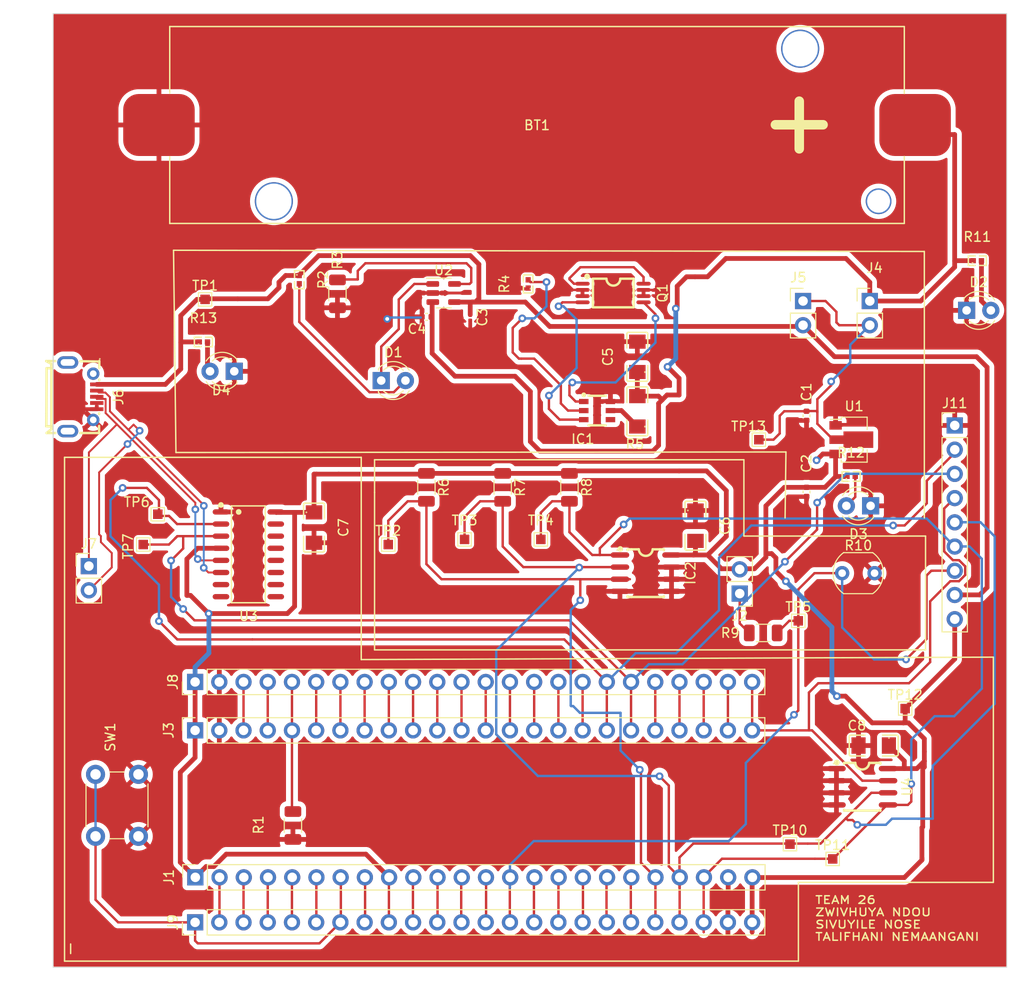
<source format=kicad_pcb>
(kicad_pcb (version 20221018) (generator pcbnew)
  (layers (0 "F.Cu" signal) (31 "B.Cu" signal) (34 "B.Paste" user) (35 "F.Paste" user) (36 "B.SilkS" user "B.Silkscreen") (37 "F.SilkS" user "F.Silkscreen") (38 "B.Mask" user) (39 "F.Mask" user) (44 "Edge.Cuts" user))
  (net 0 "")
  (net 1 "/Power Unit/V1")
  (net 2 "GND")
  (net 3 "/3.3V")
  (net 4 "/5V")
  (net 5 "Net-(D1-K)")
  (net 6 "Net-(D1-A)")
  (net 7 "/Power Unit/OC")
  (net 8 "Net-(IC1-CS)")
  (net 9 "/Power Unit/OD")
  (net 10 "Net-(IC1-VCC)")
  (net 12 "/SDL")
  (net 13 "/SCL")
  (net 14 "/OS")
  (net 15 "/PC13")
  (net 16 "/PC14")
  (net 17 "/PC15")
  (net 18 "/PF0")
  (net 19 "/PF1")
  (net 20 "/NRST")
  (net 21 "Net-(J1-Pin_8)")
  (net 22 "/PA0")
  (net 23 "/PA1")
  (net 24 "/PA2")
  (net 25 "/PA3")
  (net 26 "/ADC")
  (net 27 "/PA5")
  (net 28 "/PA6")
  (net 29 "/PA7")
  (net 30 "/PB0")
  (net 31 "/PB1")
  (net 32 "/PB9")
  (net 33 "/PB8")
  (net 34 "/BOOT")
  (net 35 "/PB7")
  (net 36 "/PB6")
  (net 37 "/PB5")
  (net 38 "/PB4")
  (net 39 "/PB3")
  (net 40 "/PA15")
  (net 41 "/PA14")
  (net 42 "/PF7")
  (net 43 "/PF6")
  (net 44 "/PA13")
  (net 45 "/PA12")
  (net 46 "/PA11")
  (net 47 "/RXD")
  (net 48 "/PA8")
  (net 49 "/PB15")
  (net 50 "/PB14")
  (net 51 "/PB13")
  (net 52 "/WRITE")
  (net 53 "/USB D+")
  (net 54 "/USB D-")
  (net 55 "/Power Unit/D12")
  (net 56 "Net-(U2-PROG)")
  (net 66 "/TXD")
  (net 67 "Net-(J2-Pin_1)")
  (net 68 "Net-(D2-A)")
  (net 69 "Net-(D3-A)")
  (net 70 "Net-(D4-A)")
  (net 71 "Net-(J4-Pin_2)")
  (footprint "Local_Footprints:SOT-23-6_L2.9-W1.6-P0.95-LS2.8-BR" (layer "F.Cu") (at 158.212937 80.059149 180)
    (fp_text reference "IC1")
    (fp_text value "DW01A-G")
  )
  (footprint "Connector_PinHeader_2.54mm:PinHeader_1x02_P2.54mm_Vertical" (layer "F.Cu") (at 104.912886 96.369187)
    (fp_text reference "J7")
    (fp_text value "Conn_01x02_Pin")
  )
  (footprint "Local_Footprints:18650_Holder_SMD" (layer "F.Cu") (at 151.912886 50.634187)
    (fp_text reference "BT1")
    (fp_text value "Battery_Cell")
  )
  (footprint "LED_THT:LED_D3.0mm" (layer "F.Cu") (at 196.965 69.55)
    (fp_text reference "D2")
    (fp_text value "LED")
  )
  (footprint "Local_Footprints:C1206" (layer "F.Cu") (at 168.529 92.133417 -90)
    (fp_text reference "C6")
    (fp_text value "0.1uF")
  )
  (footprint "Local_Footprints:C1206" (layer "F.Cu") (at 162.433 74.422 90)
    (fp_text reference "C5")
    (fp_text value "100n")
  )
  (footprint "Capacitor_SMD:C_0201_0603Metric" (layer "F.Cu") (at 144.907 70.322 -90)
    (fp_text reference "C3")
    (fp_text value "4.7uF")
  )
  (footprint "Local_Footprints:C1206" (layer "F.Cu") (at 128.524 92.329 -90)
    (fp_text reference "C7")
    (fp_text value "100nF")
  )
  (footprint "Connector_PinHeader_2.54mm:PinHeader_1x02_P2.54mm_Vertical" (layer "F.Cu") (at 173.17 99.25 180)
    (fp_text reference "J2")
    (fp_text value "Conn_01x02_Pin")
  )
  (footprint "Package_TO_SOT_SMD:SOT-23-5" (layer "F.Cu") (at 142.120386 67.729187)
    (fp_text reference "U2")
    (fp_text value "MCP73831-2-OT")
  )
  (footprint "Resistor_SMD:R_1206_3216Metric" (layer "F.Cu") (at 175.6325 103.38)
    (fp_text reference "R9")
    (fp_text value "10k")
  )
  (footprint "Local_Footprints:R0402" (layer "F.Cu") (at 126.980092 66.326761 -90)
    (fp_text reference "R2")
    (fp_text value "1K")
  )
  (footprint "Capacitor_SMD:C_0402_1005Metric" (layer "F.Cu") (at 180.175386 80.609187 -90)
    (fp_text reference "C1")
    (fp_text value "10u")
  )
  (footprint "Capacitor_SMD:C_0402_1005Metric" (layer "F.Cu") (at 180.175386 88.589187 -90)
    (fp_text reference "C2")
    (fp_text value "10u")
  )
  (footprint "Local_Footprints:C1206" (layer "F.Cu") (at 187.222583 115.19 180)
    (fp_text reference "C8")
    (fp_text value "10nF")
  )
  (footprint "Resistor_SMD:R_1206_3216Metric" (layer "F.Cu") (at 148.312886 88.109187 -90)
    (fp_text reference "R7")
    (fp_text value "10k")
  )
  (footprint "TestPoint:TestPoint_Pad_1.0x1.0mm" (layer "F.Cu") (at 175.175386 83.109187)
    (fp_text reference "TP13")
    (fp_text value "TestPoint")
  )
  (footprint "Local_Footprints:SOIC-8_L5.0-W4.0-P1.27-LS6.0-BL" (layer "F.Cu") (at 186.02 119.51 -90)
    (fp_text reference "U4")
    (fp_text value "M24C16-RMN6TP")
  )
  (footprint "LED_THT:LED_D3.0mm" (layer "F.Cu") (at 186.895 90.05 180)
    (fp_text reference "D3")
    (fp_text value "LED")
  )
  (footprint "Connector_PinSocket_2.54mm:PinSocket_1x24_P2.54mm_Vertical" (layer "F.Cu") (at 116.052886 113.599187 90)
    (fp_text reference "J3")
    (fp_text value "Conn_01x24_Socket")
  )
  (footprint "TestPoint:TestPoint_Pad_1.0x1.0mm" (layer "F.Cu") (at 178.44 125.53)
    (fp_text reference "TP10")
    (fp_text value "SCL")
  )
  (footprint "Connector_PinHeader_2.54mm:PinHeader_1x24_P2.54mm_Vertical" (layer "F.Cu") (at 116.052886 108.519187 90)
    (fp_text reference "J8")
    (fp_text value "Conn_01x24_Pin")
  )
  (footprint "Resistor_SMD:R_1206_3216Metric" (layer "F.Cu") (at 126.312886 123.571687 -90)
    (fp_text reference "R1")
    (fp_text value "10k")
  )
  (footprint "Capacitor_SMD:C_0402_1005Metric" (layer "F.Cu") (at 140.335 70.231 180)
    (fp_text reference "C4")
    (fp_text value "10uF")
  )
  (footprint "TestPoint:TestPoint_Pad_1.0x1.0mm" (layer "F.Cu") (at 110.617 94.107 90)
    (fp_text reference "TP7")
    (fp_text value "TXD testpoint")
  )
  (footprint "Resistor_SMD:R_1206_3216Metric" (layer "F.Cu") (at 155.312886 88.109187 -90)
    (fp_text reference "R8")
    (fp_text value "10k")
  )
  (footprint "LED_THT:LED_D3.0mm" (layer "F.Cu") (at 120.16 75.94 180)
    (fp_text reference "D4")
    (fp_text value "LED")
  )
  (footprint "LED_THT:LED_D3.0mm" (layer "F.Cu") (at 135.572886 76.909187)
    (fp_text reference "D1")
    (fp_text value "LED")
  )
  (footprint "Connector_PinSocket_2.54mm:PinSocket_1x24_P2.54mm_Vertical" (layer "F.Cu") (at 116.08 129.01 90)
    (fp_text reference "J1")
    (fp_text value "Conn_01x24_Socket")
  )
  (footprint "TestPoint:TestPoint_Pad_1.0x1.0mm" (layer "F.Cu") (at 182.92 127.08)
    (fp_text reference "TP11")
    (fp_text value "SDL")
  )
  (footprint "TestPoint:TestPoint_Pad_1.0x1.0mm" (layer "F.Cu") (at 179.312886 102.109187)
    (fp_text reference "TP5")
    (fp_text value "TestPoint")
  )
  (footprint "Connector_PinHeader_2.54mm:PinHeader_1x02_P2.54mm_Vertical" (layer "F.Cu") (at 186.812886 68.569187)
    (fp_text reference "J4")
    (fp_text value "Conn_01x02_Male")
  )
  (footprint "Local_Footprints:R0402" (layer "F.Cu") (at 150.982886 66.779187 90)
    (fp_text reference "R4")
    (fp_text value "1K")
  )
  (footprint "Local_Footprints:R0402" (layer "F.Cu") (at 184.852817 86.97)
    (fp_text reference "R12")
    (fp_text value "1k")
  )
  (footprint "Package_TO_SOT_SMD:SOT-89-3" (layer "F.Cu") (at 185.175386 83.109187)
    (fp_text reference "U1")
    (fp_text value "HT75xx-1-SOT89")
  )
  (footprint "Connector_PinHeader_2.54mm:PinHeader_1x02_P2.54mm_Vertical" (layer "F.Cu") (at 179.812886 68.569187)
    (fp_text reference "J5")
    (fp_text value "Conn_01x02_Male")
  )
  (footprint "TestPoint:TestPoint_Pad_1.0x1.0mm" (layer "F.Cu") (at 190.52 111.31)
    (fp_text reference "TP12")
    (fp_text value "3.3V to EEprom")
  )
  (footprint "Local_Footprints:SOIC-8_L5.0-W4.0-P1.27-LS6.0-BL" (layer "F.Cu") (at 163.312886 97.109187 -90)
    (fp_text reference "IC2")
    (fp_text value "LM75AD,118")
  )
  (footprint "Connector_PinHeader_2.54mm:PinHeader_1x09_P2.54mm_Vertical" (layer "F.Cu") (at 195.72 81.62)
    (fp_text reference "J11")
    (fp_text value "Conn_01x09_Pin")
  )
  (footprint "TestPoint:TestPoint_Pad_1.0x1.0mm" (layer "F.Cu") (at 117.1 68.4)
    (fp_text reference "TP1")
    (fp_text value "5V")
  )
  (footprint "TestPoint:TestPoint_Pad_1.0x1.0mm" (layer "F.Cu") (at 144.312886 93.571687)
    (fp_text reference "TP3")
    (fp_text value "SCL1")
  )
  (footprint "Resistor_SMD:R_1206_3216Metric" (layer "F.Cu") (at 130.982886 67.816687 -90)
    (fp_text reference "R3")
    (fp_text value "10K")
  )
  (footprint "Local_Footprints:R0402" (layer "F.Cu") (at 116.922817 72.86)
    (fp_text reference "R13")
    (fp_text value "1k")
  )
  (footprint "Local_Footprints:R0402" (layer "F.Cu") (at 198.09 64.34)
    (fp_text reference "R11")
    (fp_text value "1k")
  )
  (footprint "TestPoint:TestPoint_Pad_1.0x1.0mm" (layer "F.Cu") (at 152.312886 93.571687)
    (fp_text reference "TP4")
    (fp_text value "SDA1")
  )
  (footprint "Local_Footprints:TSSOP-8_L4.4-W3.0-P0.65-LS6.4-BL-2" (layer "F.Cu") (at 159.882937 67.729149 -90)
    (fp_text reference "Q1")
    (fp_text value "FS8205A")
  )
  (footprint "Local_Footprints:C1206" (layer "F.Cu") (at 162.433 80.137 90)
    (fp_text reference "R5")
    (fp_text value "100")
  )
  (footprint "Local_Footprints:MICRO-USB-SMD_MICROXNJ" (layer "F.Cu") (at 104.220837 78.613 -90)
    (fp_text reference "J6")
    (fp_text value "USB_B_Micro")
  )
  (footprint "Local_Footprints:SOP-16_L10.0-W3.9-P1.27-LS6.0-BL" (layer "F.Cu") (at 121.640394 95.134181 -90)
    (fp_text reference "U3")
    (fp_text value "CH340C")
  )
  (footprint "TestPoint:TestPoint_Pad_1.0x1.0mm" (layer "F.Cu") (at 112.141 90.932)
    (fp_text reference "TP6")
    (fp_text value "RXD testpoint")
  )
  (footprint "Button_Switch_THT:SW_PUSH_6mm" (layer "F.Cu") (at 110.112886 118.209187 -90)
    (fp_text reference "SW1")
    (fp_text value "SW_Push")
  )
  (footprint "OptoDevice:R_LDR_5.1x4.3mm_P3.4mm_Vertical" (layer "F.Cu") (at 183.912886 97.109187)
    (fp_text reference "R10")
    (fp_text value "LDR07")
  )
  (footprint "TestPoint:TestPoint_Pad_1.0x1.0mm" (layer "F.Cu") (at 136.312886 94.109187)
    (fp_text reference "TP2")
    (fp_text value "OS")
  )
  (footprint "Resistor_SMD:R_1206_3216Metric" (layer "F.Cu") (at 140.312886 88.109187 -90)
    (fp_text reference "R6")
    (fp_text value "10k")
  )
  (footprint "Connector_PinHeader_2.54mm:PinHeader_1x24_P2.54mm_Vertical" (layer "F.Cu") (at 116.052886 133.731 90)
    (fp_text reference "J9")
    (fp_text value "Conn_01x24_Pin")
  )
  (gr_line (start 102.362 137.795) (end 179.324 137.795) (stroke (width 0.15)) (layer "F.SilkS"))
  (gr_line (start 134.874 85.217) (end 134.874 88.646) (stroke (width 0.15)) (layer "F.SilkS"))
  (gr_line (start 113.792 63.246) (end 114.046 84.455) (stroke (width 0.15)) (layer "F.SilkS"))
  (gr_line (start 179.324 129.54) (end 199.771 129.54) (stroke (width 0.15)) (layer "F.SilkS"))
  (gr_line (start 178.02 84.4) (end 177.927 91.313) (stroke (width 0.15)) (layer "F.SilkS"))
  (gr_line (start 199.771 105.918) (end 133.477 106.172) (stroke (width 0.15)) (layer "F.SilkS"))
  (gr_line (start 114.046 84.455) (end 178.02 84.4) (stroke (width 0.15)) (layer "F.SilkS"))
  (gr_line (start 133.477 105.41) (end 133.477 84.963) (stroke (width 0.15)) (layer "F.SilkS"))
  (gr_line (start 199.771 129.54) (end 199.771 105.918) (stroke (width 0.15)) (layer "F.SilkS"))
  (gr_line (start 192.532 63.373) (end 113.792 63.246) (stroke (width 0.15)) (layer "F.SilkS"))
  (gr_line (start 173.609 85.217) (end 134.874 85.217) (stroke (width 0.15)) (layer "F.SilkS"))
  (gr_line (start 192.659 105.156) (end 192.659 93.218) (stroke (width 0.15)) (layer "F.SilkS"))
  (gr_line (start 103 136) (end 103 137) (stroke (width 0.15)) (layer "F.SilkS"))
  (gr_line (start 133.477 84.963) (end 102.362 84.963) (stroke (width 0.15)) (layer "F.SilkS"))
  (gr_line (start 192.659 93.218) (end 173.609 93.218) (stroke (width 0.15)) (layer "F.SilkS"))
  (gr_line (start 192.532 91.313) (end 192.532 63.373) (stroke (width 0.15)) (layer "F.SilkS"))
  (gr_line (start 133.477 106.172) (end 133.477 105.41) (stroke (width 0.15)) (layer "F.SilkS"))
  (gr_line (start 102.362 84.963) (end 102.362 137.795) (stroke (width 0.15)) (layer "F.SilkS"))
  (gr_line (start 173.609 93.218) (end 173.609 85.217) (stroke (width 0.15)) (layer "F.SilkS"))
  (gr_line (start 179.324 137.795) (end 179.324 129.54) (stroke (width 0.15)) (layer "F.SilkS"))
  (gr_line (start 134.874 105.156) (end 192.659 105.156) (stroke (width 0.15)) (layer "F.SilkS"))
  (gr_line (start 134.874 88.646) (end 134.874 105.156) (stroke (width 0.15)) (layer "F.SilkS"))
  (gr_rect (start 101.168 38.43) (end 201.168 138.43) (stroke (width 0.1)) (fill none) (layer "Edge.Cuts"))
  (gr_text "TEAM 26\nZWIVHUYA NDOU\nSIVUYILE NOSE\nTALIFHANI NEMAANGANI\n\n" (at 181 137) (layer "F.SilkS") (effects (font (size 0.8 1)) (justify left bottom)))
  (segment (start 165.548052 78.424021) (end 166.812886 78.424021) (width 0.5) (layer "F.Cu") (net 1))
  (segment (start 186.812886 66.609187) (end 184.312886 64.109187) (width 0.5) (layer "F.Cu") (net 1))
  (segment (start 184.312886 64.109187) (end 171.712886 64.109187) (width 0.5) (layer "F.Cu") (net 1))
  (segment (start 168.482886 66.025821) (end 167.596252 66.025821) (width 0.5) (layer "F.Cu") (net 1))
  (segment (start 167.596252 66.025821) (end 166.612886 67.009187) (width 0.5) (layer "F.Cu") (net 1))
  (segment (start 164.662886 79.309187) (end 165.036037 78.936037) (width 0.5) (layer "F.Cu") (net 1))
  (segment (start 140.912886 74.059187) (end 143.312886 76.459187) (width 0.5) (layer "F.Cu") (net 1))
  (segment (start 169.796252 66.025821) (end 168.482886 66.025821) (width 0.5) (layer "F.Cu") (net 1))
  (segment (start 152.212886 84.309187) (end 164.062886 84.309187) (width 0.5) (layer "F.Cu") (net 1))
  (segment (start 165.602886 75.469187) (end 166.812886 76.679187) (width 0.5) (layer "F.Cu") (net 1))
  (segment (start 149.612886 76.459187) (end 151.212886 78.059187) (width 0.5) (layer "F.Cu") (net 1))
  (segment (start 186.812886 68.569187) (end 192.152886 68.569187) (width 0.5) (layer "F.Cu") (net 1))
  (segment (start 140.912886 68.749187) (end 140.912886 70.358) (width 0.5) (layer "F.Cu") (net 1))
  (segment (start 164.662886 83.709187) (end 164.662886 79.309187) (width 0.5) (layer "F.Cu") (net 1))
  (segment (start 192.562886 51.109187) (end 191.562886 50.109187) (width 0.25) (layer "F.Cu") (net 1))
  (segment (start 197.657183 64.34) (end 195.742886 64.34) (width 0.5) (layer "F.Cu") (net 1))
  (segment (start 140.982886 68.679187) (end 140.912886 68.749187) (width 0.25) (layer "F.Cu") (net 1))
  (segment (start 162.433 78.544417) (end 164.644417 78.544417) (width 0.5) (layer "F.Cu") (net 1))
  (segment (start 186.812886 68.569187) (end 186.812886 66.609187) (width 0.5) (layer "F.Cu") (net 1))
  (segment (start 195.712886 51.109187) (end 192.562886 51.109187) (width 0.5) (layer "F.Cu") (net 1))
  (segment (start 165.036037 78.936037) (end 165.548052 78.424021) (width 0.5) (layer "F.Cu") (net 1))
  (segment (start 166.612886 69.209187) (end 166.462886 69.359187) (width 0.25) (layer "F.Cu") (net 1))
  (segment (start 171.712886 64.109187) (end 169.796252 66.025821) (width 0.5) (layer "F.Cu") (net 1))
  (segment (start 151.212886 83.309187) (end 152.212886 84.309187) (width 0.5) (layer "F.Cu") (net 1))
  (segment (start 140.642886 68.679187) (end 140.982886 68.679187) (width 0.25) (layer "F.Cu") (net 1))
  (segment (start 195.712886 65.009187) (end 195.712886 51.109187) (width 0.5) (layer "F.Cu") (net 1))
  (segment (start 164.644417 78.544417) (end 165.036037 78.936037) (width 0.5) (layer "F.Cu") (net 1))
  (segment (start 166.812886 76.679187) (end 166.812886 78.424021) (width 0.5) (layer "F.Cu") (net 1))
  (segment (start 164.062886 84.309187) (end 164.662886 83.709187) (width 0.5) (layer "F.Cu") (net 1))
  (segment (start 192.152886 68.569187) (end 195.712886 65.009187) (width 0.5) (layer "F.Cu") (net 1))
  (segment (start 151.212886 78.059187) (end 151.212886 83.309187) (width 0.5) (layer "F.Cu") (net 1))
  (segment (start 140.912886 70.358) (end 140.912886 74.059187) (width 0.5) (layer "F.Cu") (net 1))
  (segment (start 162.433 76.014583) (end 162.433 78.544417) (width 0.5) (layer "F.Cu") (net 1))
  (segment (start 195.742886 64.34) (end 195.712886 64.37) (width 0.5) (layer "F.Cu") (net 1))
  (segment (start 143.312886 76.459187) (end 149.612886 76.459187) (width 0.5) (layer "F.Cu") (net 1))
  (segment (start 166.612886 67.009187) (end 166.612886 69.209187) (width 0.5) (layer "F.Cu") (net 1))
  (via (at 166.462886 69.359187) (size 0.8) (drill 0.4) (layers "F.Cu" "B.Cu") (net 1))
  (via (at 165.602886 75.469187) (size 0.8) (drill 0.4) (layers "F.Cu" "B.Cu") (net 1))
  (segment (start 166.462886 69.359187) (end 166.462886 74.609187) (width 0.5) (layer "B.Cu") (net 1))
  (segment (start 166.462886 74.609187) (end 165.602886 75.469187) (width 0.5) (layer "B.Cu") (net 1))
  (segment (start 130.982886 69.279187) (end 135.029187 69.279187) (width 0.25) (layer "F.Cu") (net 2))
  (segment (start 155.682531 67.404155) (end 154.4 66.121624) (width 0.25) (layer "F.Cu") (net 2))
  (segment (start 164.695845 67.404155) (end 163.083343 67.404155) (width 0.25) (layer "F.Cu") (net 2))
  (segment (start 195.712886 81.609187) (end 189.898268 81.609187) (width 0.25) (layer "F.Cu") (net 2))
  (segment (start 187.739081 79.45) (end 183.7 79.45) (width 0.25) (layer "F.Cu") (net 2))
  (segment (start 135.029187 69.279187) (end 136.2 70.45) (width 0.25) (layer "F.Cu") (net 2))
  (segment (start 189.898268 81.609187) (end 187.739081 79.45) (width 0.25) (layer "F.Cu") (net 2))
  (segment (start 154.4 66.121624) (end 154.4 65.1) (width 0.25) (layer "F.Cu") (net 2))
  (segment (start 154.4 65.1) (end 155.35 64.15) (width 0.25) (layer "F.Cu") (net 2))
  (segment (start 183.7 79.45) (end 183.225386 79.924614) (width 0.25) (layer "F.Cu") (net 2))
  (segment (start 155.35 64.15) (end 162.35 64.15) (width 0.25) (layer "F.Cu") (net 2))
  (segment (start 162.35 64.15) (end 164.7 66.5) (width 0.25) (layer "F.Cu") (net 2))
  (segment (start 156.682531 67.404155) (end 155.682531 67.404155) (width 0.25) (layer "F.Cu") (net 2))
  (segment (start 163.083343 67.404155) (end 163.083343 68.054397) (width 0.25) (layer "F.Cu") (net 2))
  (segment (start 164.7 66.5) (end 164.7 67.4) (width 0.25) (layer "F.Cu") (net 2))
  (segment (start 156.682531 67.404155) (end 156.682531 68.054397) (width 0.25) (layer "F.Cu") (net 2))
  (segment (start 183.225386 79.924614) (end 183.225386 81.609187) (width 0.25) (layer "F.Cu") (net 2))
  (segment (start 164.7 67.4) (end 164.695845 67.404155) (width 0.25) (layer "F.Cu") (net 2))
  (via (at 136.2 70.45) (size 0.8) (drill 0.4) (layers "F.Cu" "B.Cu") (net 2))
  (segment (start 136.275 70.3) (end 139.725 70.3) (width 0.25) (layer "B.Cu") (net 2))
  (segment (start 126.492 90.736417) (end 124.560131 90.736417) (width 0.5) (layer "F.Cu") (net 3))
  (segment (start 140.235552 86.724021) (end 131.112886 86.724021) (width 0.5) (layer "F.Cu") (net 3))
  (segment (start 117.212 127.878) (end 118.016759 127.878) (width 0.5) (layer "F.Cu") (net 3))
  (segment (start 183.225386 86.996687) (end 183.225386 84.609187) (width 0.5) (layer "F.Cu") (net 3))
  (segment (start 192.532 115.824) (end 192.532 114.478301) (width 0.5) (layer "F.Cu") (net 3))
  (segment (start 128.524 90.736417) (end 126.492 90.736417) (width 0.5) (layer "F.Cu") (net 3))
  (segment (start 192.278 127.194073) (end 192.278 127) (width 0.5) (layer "F.Cu") (net 3))
  (segment (start 183.224573 84.61) (end 183.225386 84.609187) (width 0.5) (layer "F.Cu") (net 3))
  (segment (start 188.815166 115.19) (end 190.43 116.804834) (width 0.5) (layer "F.Cu") (net 3))
  (segment (start 174.472886 134.759187) (end 174.472886 128.982886) (width 0.5) (layer "F.Cu") (net 3))
  (segment (start 124.560131 90.736417) (end 124.512886 90.689172) (width 0.5) (layer "F.Cu") (net 3))
  (segment (start 174.472886 128.982886) (end 174.47 128.98) (width 0.5) (layer "F.Cu") (net 3))
  (segment (start 171.762886 88.459187) (end 169.69022 86.386521) (width 0.5) (layer "F.Cu") (net 3))
  (segment (start 181.89 84.61) (end 183.224573 84.61) (width 0.5) (layer "F.Cu") (net 3))
  (segment (start 116.08 129.01) (end 117.212 127.878) (width 0.5) (layer "F.Cu") (net 3))
  (segment (start 175.912886 95.059187) (end 175.912886 90.059187) (width 0.5) (layer "F.Cu") (net 3))
  (segment (start 190.862886 112.809187) (end 190.34 112.809187) (width 0.5) (layer "F.Cu") (net 3))
  (segment (start 187.062886 112.809187) (end 184.262886 110.009187) (width 0.5) (layer "F.Cu") (net 3))
  (segment (start 136.38 129.02) (end 136.38 133.67) (width 0.25) (layer "F.Cu") (net 3))
  (segment (start 177.862886 88.109187) (end 180.175386 88.109187) (width 0.5) (layer "F.Cu") (net 3))
  (segment (start 190.34 112.809187) (end 187.062886 112.809187) (width 0.5) (layer "F.Cu") (net 3))
  (segment (start 195.72 106.11) (end 190.52 111.31) (width 0.5) (layer "F.Cu") (net 3))
  (segment (start 116.052886 108.519187) (end 116.052886 113.599187) (width 0.5) (layer "F.Cu") (net 3))
  (segment (start 184.262886 110.009187) (end 183.362886 110.009187) (width 0.5) (layer "F.Cu") (net 3))
  (segment (start 126.492 100.588) (end 125.734 101.346) (width 0.5) (layer "F.Cu") (net 3))
  (segment (start 116.052886 116.447114) (end 114.5 118) (width 0.5) (layer "F.Cu") (net 3))
  (segment (start 192.278 127.102548) (end 192.278 123.806639) (width 0.5) (layer "F.Cu") (net 3))
  (segment (start 117.602 101.219) (end 117.475 101.092) (width 0.25) (layer "F.Cu") (net 3))
  (segment (start 171.250386 96.646687) (end 169.807882 95.204183) (width 0.5) (layer "F.Cu") (net 3))
  (segment (start 128.524 86.724021) (end 128.772886 86.724021) (width 0.5) (layer "F.Cu") (net 3))
  (segment (start 148.312886 86.646687) (end 140.312886 86.646687) (width 0.5) (layer "F.Cu") (net 3))
  (segment (start 175.912886 95.446687) (end 175.912886 95.059187) (width 0.5) (layer "F.Cu") (net 3))
  (segment (start 171.762886 93.249179) (end 171.762886 88.459187) (width 0.5) (layer "F.Cu") (net 3))
  (segment (start 168.529 94.996) (end 168.529 93.726) (width 0.5) (layer "F.Cu") (net 3))
  (segment (start 190.43 116.804834) (end 190.43 117.604996) (width 0.5) (layer "F.Cu") (net 3))
  (segment (start 166.812886 86.386521) (end 155.573052 86.386521) (width 0.5) (layer "F.Cu") (net 3))
  (segment (start 184.42 86.97) (end 183.252073 86.97) (width 0.5) (layer "F.Cu") (net 3))
  (segment (start 192.532 116.82) (end 192.532 117.440073) (width 0.5) (layer "F.Cu") (net 3))
  (segment (start 192.278 123.806639) (end 192.362886 123.721753) (width 0.5) (layer "F.Cu") (net 3))
  (segment (start 190.43 117.604996) (end 191.747004 117.604996) (width 0.5) (layer "F.Cu") (net 3))
  (segment (start 176.962886 96.909187) (end 178.012886 97.959187) (width 0.5) (layer "F.Cu") (net 3))
  (segment (start 176.512886 95.059187) (end 176.962886 95.509187) (width 0.5) (layer "F.Cu") (net 3))
  (segment (start 174.712886 96.646687) (end 175.912886 95.446687) (width 0.5) (layer "F.Cu") (net 3))
  (segment (start 174.472886 129.032) (end 190.440073 129.032) (width 0.5) (layer "F.Cu") (net 3))
  (segment (start 182.112886 88.109187) (end 183.225386 86.996687) (width 0.5) (layer "F.Cu") (net 3))
  (segment (start 118.767902 94.49918) (end 116.32082 94.49918) (width 0.5) (layer "F.Cu") (net 3))
  (segment (start 133.97 126.58) (end 136.37 128.98) (width 0.5) (layer "F.Cu") (net 3))
  (segment (start 140.312886 86.646687) (end 140.235552 86.724021) (width 0.5) (layer "F.Cu") (net 3))
  (segment (start 174.712886 96.646687) (end 171.250386 96.646687) (width 0.5) (layer "F.Cu") (net 3))
  (segment (start 192.532 114.478301) (end 190.862886 112.809187) (width 0.5) (layer "F.Cu") (net 3))
  (segment (start 175.912886 90.059187) (end 177.862886 88.109187) (width 0.5) (layer "F.Cu") (net 3))
  (segment (start 188.725105 117.604996) (end 190.43 117.604996) (width 0.5) (layer "F.Cu") (net 3))
  (segment (start 114.5 127.43) (end 116.08 129.01) (width 0.5) (layer "F.Cu") (net 3))
  (segment (start 190.440073 129.032) (end 192.278 127.194073) (width 0.5) (layer "F.Cu") (net 3))
  (segment (start 192.532 117.440073) (end 192.462886 117.509187) (width 0.5) (layer "F.Cu") (net 3))
  (segment (start 115.57 99.441) (end 117.475 101.346) (width 0.5) (layer "F.Cu") (net 3))
  (segment (start 115.189 95.631) (end 115.189 99.441) (width 0.5) (layer "F.Cu") (net 3))
  (segment (start 183.252073 86.97) (end 183.225386 86.996687) (width 0.5) (layer "F.Cu") (net 3))
  (segment (start 168.320817 95.204183) (end 168.529 94.996) (width 0.5) (layer "F.Cu") (net 3))
  (segment (start 155.573052 86.386521) (end 155.312886 86.646687) (width 0.5) (layer "F.Cu") (net 3))
  (segment (start 169.69022 86.386521) (end 166.812886 86.386521) (width 0.5) (layer "F.Cu") (net 3))
  (segment (start 192.532 115.824) (end 192.532 116.82) (width 0.5) (layer "F.Cu") (net 3))
  (segment (start 190.52 112.629187) (end 190.34 112.809187) (width 0.5) (layer "F.Cu") (net 3))
  (segment (start 125.734 101.346) (end 117.475 101.346) (width 0.5) (layer "F.Cu") (net 3))
  (segment (start 116.32082 94.49918) (end 115.189 95.631) (width 0.5) (layer "F.Cu") (net 3))
  (segment (start 176.962886 95.509187) (end 176.962886 96.909187) (width 0.5) (layer "F.Cu") (net 3))
  (segment (start 114.5 118) (end 114.5 127.43) (width 0.5) (layer "F.Cu") (net 3))
  (segment (start 155.312886 86.646687) (end 148.312886 86.646687) (width 0.5) (layer "F.Cu") (net 3))
  (segment (start 116.052886 113.599187) (end 116.052886 116.447114) (width 0.5) (layer "F.Cu") (net 3))
  (segment (start 168.320817 95.204183) (end 169.807882 95.204183) (width 0.5) (layer "F.Cu") (net 3))
  (segment (start 169.807882 95.204183) (end 171.762886 93.249179) (width 0.5) (layer "F.Cu") (net 3))
  (segment (start 166.017991 95.204183) (end 168.320817 95.204183) (width 0.5) (layer "F.Cu") (net 3))
  (segment (start 115.189 99.441) (end 115.57 99.441) (width 0.5) (layer "F.Cu") (net 3))
  (segment (start 126.492 90.736417) (end 126.492 100.588) (width 0.5) (layer "F.Cu") (net 3))
  (segment (start 128.524 86.724021) (end 128.524 90.736417) (width 0.5) (layer "F.Cu") (net 3))
  (segment (start 175.912886 95.059187) (end 176.512886 95.059187) (width 0.5) (layer "F.Cu") (net 3))
  (segment (start 180.175386 88.109187) (end 182.112886 88.109187) (width 0.5) (layer "F.Cu") (net 3))
  (segment (start 181.23 85.27) (end 181.89 84.61) (width 0.5) (layer "F.Cu") (net 3))
  (segment (start 191.747004 117.604996) (end 192.532 116.82) (width 0.5) (layer "F.Cu") (net 3))
  (segment (start 118.016759 127.878) (end 119.314759 126.58) (width 0.5) (layer "F.Cu") (net 3))
  (segment (start 119.314759 126.58) (end 133.97 126.58) (width 0.5) (layer "F.Cu") (net 3))
  (segment (start 128.772886 86.724021) (end 131.112886 86.724021) (width 0.5) (layer "F.Cu") (net 3))
  (segment (start 192.362886 123.721753) (end 192.362886 117.609187) (width 0.5) (layer "F.Cu") (net 3))
  (segment (start 190.52 111.31) (end 190.52 112.629187) (width 0.5) (layer "F.Cu") (net 3))
  (segment (start 195.72 101.94) (end 195.72 106.11) (width 0.5) (layer "F.Cu") (net 3))
  (via (at 181.23 85.27) (size 0.8) (drill 0.4) (layers "F.Cu" "B.Cu") (net 3))
  (via (at 183.362886 110.009187) (size 0.8) (drill 0.4) (layers "F.Cu" "B.Cu") (net 3))
  (via (at 178.012886 97.959187) (size 0.8) (drill 0.4) (layers "F.Cu" "B.Cu") (net 3))
  (via (at 117.475 101.346) (size 0.8) (drill 0.4) (layers "F.Cu" "B.Cu") (net 3))
  (segment (start 117.5 105.5) (end 116.052886 106.947114) (width 0.5) (layer "B.Cu") (net 3))
  (segment (start 117.475 101.346) (end 117.5 101.371) (width 0.5) (layer "B.Cu") (net 3))
  (segment (start 117.5 101.321) (end 117.475 101.346) (width 0.5) (layer "B.Cu") (net 3))
  (segment (start 182.837886 102.784187) (end 178.012886 97.959187) (width 0.5) (layer "B.Cu") (net 3))
  (segment (start 182.837886 109.484187) (end 182.837886 102.784187) (width 0.5) (layer "B.Cu") (net 3))
  (segment (start 116.052886 106.947114) (end 116.052886 108.519187) (width 0.5) (layer "B.Cu") (net 3))
  (segment (start 117.5 101.371) (end 117.5 105.5) (width 0.5) (layer "B.Cu") (net 3))
  (segment (start 183.362886 110.009187) (end 182.837886 109.484187) (width 0.5) (layer "B.Cu") (net 3))
  (segment (start 117.222073 68.4) (end 117.287886 68.334187) (width 0.5) (layer "F.Cu") (net 4))
  (segment (start 144.907 70.002) (end 144.907 68.885073) (width 0.5) (layer "F.Cu") (net 4))
  (segment (start 112.936975 77.313025) (end 114.55 75.7) (width 0.5) (layer "F.Cu") (net 4))
  (segment (start 199.112886 98.609187) (end 199.112886 75.509187) (width 0.5) (layer "F.Cu") (net 4))
  (segment (start 145.812886 68.309187) (end 145.442886 68.679187) (width 0.5) (layer "F.Cu") (net 4))
  (segment (start 114.55 72.92) (end 114.61 72.86) (width 0.25) (layer "F.Cu") (net 4))
  (segment (start 105.742173 77.313025) (end 112.936975 77.313025) (width 0.5) (layer "F.Cu") (net 4))
  (segment (start 198.012886 74.409187) (end 183.112886 74.409187) (width 0.5) (layer "F.Cu") (net 4))
  (segment (start 145.112886 68.679187) (end 150.682886 68.679187) (width 0.5) (layer "F.Cu") (net 4))
  (segment (start 144.907 68.885073) (end 145.112886 68.679187) (width 0.25) (layer "F.Cu") (net 4))
  (segment (start 114.61 72.86) (end 116.49 72.86) (width 0.5) (layer "F.Cu") (net 4))
  (segment (start 117.287886 68.334187) (end 120.512886 68.334187) (width 0.5) (layer "F.Cu") (net 4))
  (segment (start 179.687386 71.234687) (end 153.238386 71.234687) (width 0.5) (layer "F.Cu") (net 4))
  (segment (start 183.112886 74.409187) (end 179.812886 71.109187) (width 0.5) (layer "F.Cu") (net 4))
  (segment (start 129.012886 63.809187) (end 144.912886 63.809187) (width 0.5) (layer "F.Cu") (net 4))
  (segment (start 145.812886 64.709187) (end 145.812886 68.309187) (width 0.5) (layer "F.Cu") (net 4))
  (segment (start 145.112886 68.679187) (end 143.257886 68.679187) (width 0.5) (layer "F.Cu") (net 4))
  (segment (start 195.712886 99.389187) (end 198.332886 99.389187) (width 0.5) (layer "F.Cu") (net 4))
  (segment (start 114.55 70.1) (end 116.25 68.4) (width 0.5) (layer "F.Cu") (net 4))
  (segment (start 125.552909 65.893944) (end 124.850092 66.596761) (width 0.5) (layer "F.Cu") (net 4))
  (segment (start 145.442886 68.679187) (end 145.112886 68.679187) (width 0.5) (layer "F.Cu") (net 4))
  (segment (start 114.55 75.7) (end 114.55 72.92) (width 0.5) (layer "F.Cu") (net 4))
  (segment (start 150.682886 68.679187) (end 153.112886 71.109187) (width 0.5) (layer "F.Cu") (net 4))
  (segment (start 153.238386 71.234687) (end 153.112886 71.109187) (width 0.5) (layer "F.Cu") (net 4))
  (segment (start 117.1 68.4) (end 117.222073 68.4) (width 0.5) (layer "F.Cu") (net 4))
  (segment (start 198.332886 99.389187) (end 199.112886 98.609187) (width 0.5) (layer "F.Cu") (net 4))
  (segment (start 114.55 72.92) (end 114.55 70.1) (width 0.5) (layer "F.Cu") (net 4))
  (segment (start 126.980092 65.893944) (end 126.980092 65.841981) (width 0.5) (layer "F.Cu") (net 4))
  (segment (start 199.112886 75.509187) (end 198.012886 74.409187) (width 0.5) (layer "F.Cu") (net 4))
  (segment (start 179.812886 71.109187) (end 179.687386 71.234687) (width 0.5) (layer "F.Cu") (net 4))
  (segment (start 116.25 68.4) (end 117.1 68.4) (width 0.5) (layer "F.Cu") (net 4))
  (segment (start 144.912886 63.809187) (end 145.812886 64.709187) (width 0.5) (layer "F.Cu") (net 4))
  (segment (start 124.850092 67.171981) (end 124.850092 66.596761) (width 0.5) (layer "F.Cu") (net 4))
  (segment (start 123.687886 68.334187) (end 124.850092 67.171981) (width 0.5) (layer "F.Cu") (net 4))
  (segment (start 126.980092 65.893944) (end 125.552909 65.893944) (width 0.5) (layer "F.Cu") (net 4))
  (segment (start 126.980092 65.841981) (end 129.012886 63.809187) (width 0.5) (layer "F.Cu") (net 4))
  (segment (start 120.512886 68.334187) (end 123.687886 68.334187) (width 0.5) (layer "F.Cu") (net 4))
  (segment (start 140.982886 66.779187) (end 140.542886 66.779187) (width 0.25) (layer "F.Cu") (net 5))
  (segment (start 140.982886 66.779187) (end 139.042886 66.779187) (width 0.25) (layer "F.Cu") (net 5))
  (segment (start 137.412886 71.509187) (end 135.572886 73.349187) (width 0.25) (layer "F.Cu") (net 5))
  (segment (start 139.042886 66.779187) (end 137.412886 68.409187) (width 0.25) (layer "F.Cu") (net 5))
  (segment (start 140.542886 66.779187) (end 140.412886 66.909187) (width 0.25) (layer "F.Cu") (net 5))
  (segment (start 137.412886 68.409187) (end 137.412886 71.509187) (width 0.25) (layer "F.Cu") (net 5))
  (segment (start 135.572886 73.349187) (end 135.572886 76.909187) (width 0.25) (layer "F.Cu") (net 5))
  (segment (start 138.112886 76.909187) (end 136.887886 78.134187) (width 0.25) (layer "F.Cu") (net 6))
  (segment (start 126.980092 70.766393) (end 126.980092 66.759578) (width 0.25) (layer "F.Cu") (net 6))
  (segment (start 136.887886 78.134187) (end 134.347886 78.134187) (width 0.25) (layer "F.Cu") (net 6))
  (segment (start 134.347886 78.134187) (end 126.980092 70.766393) (width 0.25) (layer "F.Cu") (net 6))
  (segment (start 154.288111 81.009111) (end 154.051 80.772) (width 0.25) (layer "F.Cu") (net 7))
  (segment (start 154.172886 69.119187) (end 154.587435 68.704638) (width 0.25) (layer "F.Cu") (net 7))
  (segment (start 154.051 80.772) (end 153.162 79.883) (width 0.25) (layer "F.Cu") (net 7))
  (segment (start 154.587435 68.704638) (end 156.682531 68.704638) (width 0.25) (layer "F.Cu") (net 7))
  (segment (start 153.162 79.883) (end 153.162 78.376) (width 0.25) (layer "F.Cu") (net 7))
  (segment (start 156.812886 81.009111) (end 154.288111 81.009111) (width 0.25) (layer "F.Cu") (net 7))
  (via (at 153.162 78.486) (size 0.8) (drill 0.4) (layers "F.Cu" "B.Cu") (net 7))
  (via (at 154.172886 69.119187) (size 0.8) (drill 0.4) (layers "F.Cu" "B.Cu") (net 7))
  (segment (start 154.172886 69.119187) (end 154.672886 69.119187) (width 0.25) (layer "B.Cu") (net 7))
  (segment (start 156.062886 75.585114) (end 153.162 78.486) (width 0.25) (layer "B.Cu") (net 7))
  (segment (start 154.672886 69.119187) (end 156.062886 70.509187) (width 0.25) (layer "B.Cu") (net 7))
  (segment (start 156.062886 70.509187) (end 156.062886 75.585114) (width 0.25) (layer "B.Cu") (net 7))
  (segment (start 155.162848 80.059149) (end 154.412886 79.309187) (width 0.25) (layer "F.Cu") (net 8))
  (segment (start 151.612886 74.609187) (end 150.262886 74.609187) (width 0.25) (layer "F.Cu") (net 8))
  (segment (start 156.812886 80.059149) (end 155.162848 80.059149) (width 0.25) (layer "F.Cu") (net 8))
  (segment (start 149.362886 73.959187) (end 149.362886 71.459187) (width 0.25) (layer "F.Cu") (net 8))
  (segment (start 154.412886 79.309187) (end 154.412886 77.409187) (width 0.25) (layer "F.Cu") (net 8))
  (segment (start 150.012886 74.609187) (end 149.362886 73.959187) (width 0.25) (layer "F.Cu") (net 8))
  (segment (start 149.362886 71.389187) (end 150.362886 70.389187) (width 0.25) (layer "F.Cu") (net 8))
  (segment (start 154.412886 77.409187) (end 151.612886 74.609187) (width 0.25) (layer "F.Cu") (net 8))
  (segment (start 151.215703 66.579187) (end 150.982886 66.34637) (width 0.25) (layer "F.Cu") (net 8))
  (segment (start 149.362886 71.459187) (end 149.362886 71.389187) (width 0.25) (layer "F.Cu") (net 8))
  (segment (start 152.902886 66.579187) (end 151.215703 66.579187) (width 0.25) (layer "F.Cu") (net 8))
  (segment (start 150.262886 74.609187) (end 150.012886 74.609187) (width 0.25) (layer "F.Cu") (net 8))
  (via (at 150.362886 70.389187) (size 0.8) (drill 0.4) (layers "F.Cu" "B.Cu") (net 8))
  (via (at 152.902886 66.579187) (size 0.8) (drill 0.4) (layers "F.Cu" "B.Cu") (net 8))
  (segment (start 150.362886 70.389187) (end 151.632886 70.389187) (width 0.25) (layer "B.Cu") (net 8))
  (segment (start 151.632886 70.389187) (end 152.902886 69.119187) (width 0.25) (layer "B.Cu") (net 8))
  (segment (start 152.902886 69.119187) (end 152.902886 66.579187) (width 0.25) (layer "B.Cu") (net 8))
  (segment (start 164.332886 70.384687) (end 164.332886 69.954181) (width 0.25) (layer "F.Cu") (net 9))
  (segment (start 164.332886 69.954181) (end 163.083343 68.704638) (width 0.25) (layer "F.Cu") (net 9))
  (segment (start 156.812886 79.109187) (end 155.962886 79.109187) (width 0.25) (layer "F.Cu") (net 9))
  (segment (start 155.312886 77.409187) (end 155.612886 77.109187) (width 0.25) (layer "F.Cu") (net 9))
  (segment (start 155.962886 79.109187) (end 155.312886 78.459187) (width 0.25) (layer "F.Cu") (net 9))
  (segment (start 155.312886 78.459187) (end 155.312886 77.409187) (width 0.25) (layer "F.Cu") (net 9))
  (via (at 155.612886 77.109187) (size 0.8) (drill 0.4) (layers "F.Cu" "B.Cu") (net 9))
  (via (at 164.332886 70.384687) (size 0.8) (drill 0.4) (layers "F.Cu" "B.Cu") (net 9))
  (segment (start 164.332886 72.929187) (end 164.332886 70.384687) (width 0.25) (layer "B.Cu") (net 9))
  (segment (start 160.152886 77.109187) (end 164.332886 72.929187) (width 0.25) (layer "B.Cu") (net 9))
  (segment (start 157.112886 77.109187) (end 160.152886 77.109187) (width 0.25) (layer "B.Cu") (net 9))
  (segment (start 155.612886 77.109187) (end 157.112886 77.109187) (width 0.25) (layer "B.Cu") (net 9))
  (segment (start 160.762566 80.059149) (end 159.612988 80.059149) (width 0.5) (layer "F.Cu") (net 10))
  (segment (start 160.762566 80.059149) (end 162.433 81.729583) (width 0.5) (layer "F.Cu") (net 10))
  (segment (start 188.617991 121.414191) (end 190.807882 121.414191) (width 0.25) (layer "F.Cu") (net 12))
  (segment (start 182.972182 127.06) (end 188.617991 121.414191) (width 0.25) (layer "F.Cu") (net 12))
  (segment (start 153.500386 89.571687) (end 155.312886 89.571687) (width 0.25) (layer "F.Cu") (net 12))
  (segment (start 169.39 134.756301) (end 169.392886 134.759187) (width 0.25) (layer "F.Cu") (net 12))
  (segment (start 158.5 95.204183) (end 160.607781 95.204183) (width 0.25) (layer "F.Cu") (net 12))
  (segment (start 158.5 94.5) (end 158.5 95.204183) (width 0.25) (layer "F.Cu") (net 12))
  (segment (start 155.312886 92.809187) (end 157.707882 95.204183) (width 0.25) (layer "F.Cu") (net 12))
  (segment (start 169.39 128.98) (end 171.31 127.06) (width 0.25) (layer "F.Cu") (net 12))
  (segment (start 169.39 128.98) (end 169.39 134.756301) (width 0.25) (layer "F.Cu") (net 12))
  (segment (start 181.055054 127.06) (end 182.972182 127.06) (width 0.25) (layer "F.Cu") (net 12))
  (segment (start 152.312886 93.571687) (end 152.312886 90.759187) (width 0.25) (layer "F.Cu") (net 12))
  (segment (start 191.162886 121.059187) (end 191.162886 119.209187) (width 0.25) (layer "F.Cu") (net 12))
  (segment (start 155.312886 89.571687) (end 155.312886 92.809187) (width 0.25) (layer "F.Cu") (net 12))
  (segment (start 157.707882 95.204183) (end 158.5 95.204183) (width 0.25) (layer "F.Cu") (net 12))
  (segment (start 161 92) (end 158.5 94.5) (width 0.25) (layer "F.Cu") (net 12))
  (segment (start 152.312886 90.759187) (end 153.500386 89.571687) (width 0.25) (layer "F.Cu") (net 12))
  (segment (start 190.807882 121.414191) (end 191.162886 121.059187) (width 0.25) (layer "F.Cu") (net 12))
  (segment (start 171.31 127.06) (end 181.055054 127.06) (width 0.25) (layer "F.Cu") (net 12))
  (via (at 161 92) (size 0.8) (drill 0.4) (layers "F.Cu" "B.Cu") (net 12))
  (via (at 191.162886 119.209187) (size 0.8) (drill 0.4) (layers "F.Cu" "B.Cu") (net 12))
  (segment (start 198.562886 95.609187) (end 197.262886 94.309187) (width 0.25) (layer "B.Cu") (net 12))
  (segment (start 192.787886 91.384187) (end 161.615813 91.384187) (width 0.25) (layer "B.Cu") (net 12))
  (segment (start 197.262886 94.309187) (end 195.712886 94.309187) (width 0.25) (layer "B.Cu") (net 12))
  (segment (start 195.662886 112.109187) (end 198.562886 109.209187) (width 0.25) (layer "B.Cu") (net 12))
  (segment (start 191.162886 119.209187) (end 191.162886 114.559187) (width 0.25) (layer "B.Cu") (net 12))
  (segment (start 193 91.596301) (end 192.787886 91.384187) (width 0.25) (layer "B.Cu") (net 12))
  (segment (start 191.162886 114.559187) (end 193.612886 112.109187) (width 0.25) (layer "B.Cu") (net 12))
  (segment (start 161.615813 91.384187) (end 161 92) (width 0.25) (layer "B.Cu") (net 12))
  (segment (start 198.562886 109.209187) (end 198.562886 95.609187) (width 0.25) (layer "B.Cu") (net 12))
  (segment (start 193.612886 112.109187) (end 195.662886 112.109187) (width 0.25) (layer "B.Cu") (net 12))
  (segment (start 195.712886 94.309187) (end 193 91.596301) (width 0.25) (layer "B.Cu") (net 12))
  (segment (start 150.477885 96.474186) (end 160.607781 96.474186) (width 0.25) (layer "F.Cu") (net 13))
  (segment (start 184.311036 122.811036) (end 181.652072 125.47) (width 0.25) (layer "F.Cu") (net 13))
  (segment (start 188.617991 120.144188) (end 189.477885 120.144188) (width 0.25) (layer "F.Cu") (net 13))
  (segment (start 184.5 123) (end 184.311036 122.811036) (width 0.25) (layer "F.Cu") (net 13))
  (segment (start 180.3 125.47) (end 168.3 125.47) (width 0.25) (layer "F.Cu") (net 13))
  (segment (start 185 123) (end 184.5 123) (width 0.25) (layer "F.Cu") (net 13))
  (segment (start 145.950386 89.571687) (end 148.312886 89.571687) (width 0.25) (layer "F.Cu") (net 13))
  (segment (start 168.3 125.47) (end 166.852886 126.917114) (width 0.25) (layer "F.Cu") (net 13))
  (segment (start 166.87 129.225) (end 166.87 133.875) (width 0.25) (layer "F.Cu") (net 13))
  (segment (start 181.652072 125.47) (end 180.3 125.47) (width 0.25) (layer "F.Cu") (net 13))
  (segment (start 188.617991 120.144188) (end 186.977885 120.144188) (width 0.25) (layer "F.Cu") (net 13))
  (segment (start 166.85 128.98) (end 165.735 127.865) (width 0.25) (layer "F.Cu") (net 13))
  (segment (start 144.312886 91.209187) (end 145.950386 89.571687) (width 0.25) (layer "F.Cu") (net 13))
  (segment (start 185.5 123.5) (end 185 123) (width 0.25) (layer "F.Cu") (net 13))
  (segment (start 166.852886 126.917114) (end 166.852886 130.109187) (width 0.25) (layer "F.Cu") (net 13))
  (segment (start 165.735 127.865) (end 165.735 119.385) (width 0.25) (layer "F.Cu") (net 13))
  (segment (start 186.977885 120.144188) (end 184.311036 122.811036) (width 0.25) (layer "F.Cu") (net 13))
  (segment (start 148.312886 94.309187) (end 150.477885 96.474186) (width 0.25) (layer "F.Cu") (net 13))
  (segment (start 148.312886 89.571687) (end 148.312886 94.309187) (width 0.25) (layer "F.Cu") (net 13))
  (segment (start 165.735 119.385) (end 164.76 118.41) (width 0.25) (layer "F.Cu") (net 13))
  (segment (start 144.312886 93.571687) (end 144.312886 91.209187) (width 0.25) (layer "F.Cu") (net 13))
  (via (at 164.76 118.41) (size 0.8) (drill 0.4) (layers "F.Cu" "B.Cu") (net 13))
  (via (at 156.337 96.52) (size 0.8) (drill 0.4) (layers "F.Cu" "B.Cu") (net 13))
  (via (at 185.5 123.5) (size 0.8) (drill 0.4) (layers "F.Cu" "B.Cu") (net 13))
  (segment (start 199.912886 93.259187) (end 198.422886 91.769187) (width 0.25) (layer "B.Cu") (net 13))
  (segment (start 191.912886 122.859187) (end 189.140813 122.859187) (width 0.25) (layer "B.Cu") (net 13))
  (segment (start 152.002 118.381) (end 147.634886 114.013886) (width 0.25) (layer "B.Cu") (net 13))
  (segment (start 164.575 118.381) (end 152.002 118.381) (width 0.25) (layer "B.Cu") (net 13))
  (segment (start 193.412886 122.859187) (end 191.912886 122.859187) (width 0.25) (layer "B.Cu") (net 13))
  (segment (start 147.634886 114.013886) (end 147.634886 105.222114) (width 0.25) (layer "B.Cu") (net 13))
  (segment (start 188.5 123.5) (end 185.5 123.5) (width 0.25) (layer "B.Cu") (net 13))
  (segment (start 199.912886 110.809187) (end 199.912886 93.259187) (width 0.25) (layer "B.Cu") (net 13))
  (segment (start 193.412886 117.309187) (end 199.912886 110.809187) (width 0.25) (layer "B.Cu") (net 13))
  (segment (start 198.422886 91.769187) (end 195.712886 91.769187) (width 0.25) (layer "B.Cu") (net 13))
  (segment (start 147.634886 105.222114) (end 156.337 96.52) (width 0.25) (layer "B.Cu") (net 13))
  (segment (start 189.140813 122.859187) (end 188.5 123.5) (width 0.25) (layer "B.Cu") (net 13))
  (segment (start 193.412886 122.859187) (end 193.412886 117.309187) (width 0.25) (layer "B.Cu") (net 13))
  (segment (start 164.31 128.98) (end 162.814 127.484) (width 0.25) (layer "F.Cu") (net 14))
  (segment (start 162.687 117.729) (end 162.56 117.729) (width 0.25) (layer "F.Cu") (net 14))
  (segment (start 156.45 97.744188) (end 141.897887 97.744188) (width 0.25) (layer "F.Cu") (net 14))
  (segment (start 162.687 117.856) (end 162.687 117.729) (width 0.25) (layer "F.Cu") (net 14))
  (segment (start 160.607781 97.744188) (end 156.45 97.744188) (width 0.25) (layer "F.Cu") (net 14))
  (segment (start 164.33 128.965) (end 164.33 133.615) (width 0.25) (layer "F.Cu") (net 14))
  (segment (start 162.814 117.983) (end 162.687 117.856) (width 0.25) (layer "F.Cu") (net 14))
  (segment (start 161.647887 97.744188) (end 160.607781 97.744188) (width 0.25) (layer "F.Cu") (net 14))
  (segment (start 136.312886 91.609187) (end 138.350386 89.571687) (width 0.25) (layer "F.Cu") (net 14))
  (segment (start 141.897887 97.744188) (end 140.312886 96.159187) (width 0.25) (layer "F.Cu") (net 14))
  (segment (start 162.56 117.729) (end 162.56 117.729) (width 0.25) (layer "F.Cu") (net 14))
  (segment (start 162.814 127.484) (end 162.814 117.983) (width 0.25) (layer "F.Cu") (net 14))
  (segment (start 138.350386 89.571687) (end 140.312886 89.571687) (width 0.25) (layer "F.Cu") (net 14))
  (segment (start 136.312886 94.109187) (end 136.312886 91.609187) (width 0.25) (layer "F.Cu") (net 14))
  (segment (start 156.45 99.95) (end 156.45 97.744188) (width 0.25) (layer "F.Cu") (net 14))
  (segment (start 140.312886 96.159187) (end 140.312886 89.571687) (width 0.25) (layer "F.Cu") (net 14))
  (via (at 156.45 99.95) (size 0.8) (drill 0.4) (layers "F.Cu" "B.Cu") (net 14))
  (via (at 162.687 117.729) (size 0.8) (drill 0.4) (layers "F.Cu" "B.Cu") (net 14))
  (via (at 162.687 117.729) (size 0.8) (drill 0.4) (layers "F.Cu" "B.Cu") (net 14))
  (segment (start 155.499837 111.049837) (end 155.448 110.998) (width 0.25) (layer "B.Cu") (net 14))
  (segment (start 156.463 99.95) (end 155.448 100.965) (width 0.25) (layer "B.Cu") (net 14))
  (segment (start 156.412163 111.76) (end 160.670886 111.76) (width 0.25) (layer "B.Cu") (net 14))
  (segment (start 162.687 117.729) (end 160.670886 115.712886) (width 0.25) (layer "B.Cu") (net 14))
  (segment (start 160.670886 115.712886) (end 160.670886 111.76) (width 0.25) (layer "B.Cu") (net 14))
  (segment (start 155.702 111.049837) (end 156.412163 111.76) (width 0.25) (layer "B.Cu") (net 14))
  (segment (start 156.45 99.95) (end 156.463 99.95) (width 0.25) (layer "B.Cu") (net 14))
  (segment (start 156.406735 100.006265) (end 156.45 99.963) (width 0.25) (layer "B.Cu") (net 14))
  (segment (start 155.702 111.049837) (end 155.499837 111.049837) (width 0.25) (layer "B.Cu") (net 14))
  (segment (start 155.448 101.046398) (end 155.448 110.998) (width 0.25) (layer "B.Cu") (net 14))
  (segment (start 156.45 99.963) (end 156.45 99.95) (width 0.25) (layer "B.Cu") (net 14))
  (segment (start 118.61 129.06) (end 118.61 133.71) (width 0.25) (layer "F.Cu") (net 15))
  (segment (start 121.132886 133.731) (end 121.132886 129.311187) (width 0.25) (layer "F.Cu") (net 16))
  (segment (start 121.132886 129.311187) (end 121.13 129.311187) (width 0.25) (layer "F.Cu") (net 16))
  (segment (start 123.672886 133.731) (end 123.672886 129.311187) (width 0.25) (layer "F.Cu") (net 17))
  (segment (start 123.672886 129.311187) (end 123.67 129.311187) (width 0.25) (layer "F.Cu") (net 17))
  (segment (start 126.21 129.085) (end 126.21 133.735) (width 0.25) (layer "F.Cu") (net 18))
  (segment (start 128.77 129.055) (end 128.77 133.705) (width 0.25) (layer "F.Cu") (net 19))
  (segment (start 107.984699 133.731) (end 116.052886 133.731) (width 0.25) (layer "F.Cu") (net 20))
  (segment (start 116.052886 135.652886) (end 116.334187 135.934187) (width 0.25) (layer "F.Cu") (net 20))
  (segment (start 105.612886 124.709187) (end 105.612886 131.359187) (width 0.25) (layer "F.Cu") (net 20))
  (segment (start 129.089699 135.934187) (end 131.292886 133.731) (width 0.25) (layer "F.Cu") (net 20))
  (segment (start 105.612886 131.359187) (end 107.984699 133.731) (width 0.25) (layer "F.Cu") (net 20))
  (segment (start 131.34 129.035) (end 131.34 133.685) (width 0.25) (layer "F.Cu") (net 20))
  (segment (start 116.052886 133.731) (end 116.052886 135.652886) (width 0.25) (layer "F.Cu") (net 20))
  (segment (start 116.334187 135.934187) (end 129.089699 135.934187) (width 0.25) (layer "F.Cu") (net 20))
  (segment (start 105.612886 118.209187) (end 105.612886 124.709187) (width 0.25) (layer "B.Cu") (net 20))
  (segment (start 133.88 129.2) (end 133.88 133.85) (width 0.25) (layer "F.Cu") (net 21))
  (segment (start 138.9 129.08) (end 138.9 133.73) (width 0.25) (layer "F.Cu") (net 22))
  (segment (start 141.48 129.1) (end 141.48 133.75) (width 0.25) (layer "F.Cu") (net 23))
  (segment (start 143.96 129.035) (end 143.96 133.685) (width 0.25) (layer "F.Cu") (net 24))
  (segment (start 146.57 128.985) (end 146.57 133.635) (width 0.25) (layer "F.Cu") (net 25))
  (segment (start 192.762886 104.009187) (end 190.612886 106.159187) (width 0.25) (layer "F.Cu") (net 26))
  (segment (start 193.422886 96.849187) (end 193.272886 96.849187) (width 0.25) (layer "F.Cu") (net 26))
  (segment (start 179.312886 102.109187) (end 179.312886 111.509187) (width 0.25) (layer "F.Cu") (net 26))
  (segment (start 183.912886 97.109187) (end 181.012886 97.109187) (width 0.25) (layer "F.Cu") (net 26))
  (segment (start 181.012886 97.109187) (end 179.312886 98.809187) (width 0.25) (layer "F.Cu") (net 26))
  (segment (start 192.762886 97.359187) (end 192.762886 104.009187) (width 0.25) (layer "F.Cu") (net 26))
  (segment (start 193.272886 96.849187) (end 192.762886 97.359187) (width 0.25) (layer "F.Cu") (net 26))
  (segment (start 195.712886 96.849187) (end 193.422886 96.849187) (width 0.25) (layer "F.Cu") (net 26))
  (segment (start 178.365813 102.109187) (end 179.312886 102.109187) (width 0.25) (layer "F.Cu") (net 26))
  (segment (start 179.312886 111.509187) (end 178.862886 111.959187) (width 0.25) (layer "F.Cu") (net 26))
  (segment (start 179.312886 102.209187) (end 179.362886 102.259187) (width 0.25) (layer "F.Cu") (net 26))
  (segment (start 149.06 129.005) (end 149.06 133.655) (width 0.25) (layer "F.Cu") (net 26))
  (segment (start 179.312886 102.109187) (end 179.312886 102.209187) (width 0.25) (layer "F.Cu") (net 26))
  (segment (start 179.312886 98.809187) (end 179.312886 102.109187) (width 0.25) (layer "F.Cu") (net 26))
  (segment (start 177.095 103.38) (end 178.365813 102.109187) (width 0.25) (layer "F.Cu") (net 26))
  (via (at 178.862886 111.959187) (size 0.8) (drill 0.4) (layers "F.Cu" "B.Cu") (net 26))
  (via (at 190.612886 106.159187) (size 0.8) (drill 0.4) (layers "F.Cu" "B.Cu") (net 26))
  (segment (start 187.262886 106.159187) (end 183.912886 102.809187) (width 0.25) (layer "B.Cu") (net 26))
  (segment (start 173.812886 117.009187) (end 173.812886 123.409187) (width 0.25) (layer "B.Cu") (net 26))
  (segment (start 178.862886 111.959187) (end 173.812886 117.009187) (width 0.25) (layer "B.Cu") (net 26))
  (segment (start 151.562886 125.209187) (end 149.072886 127.699187) (width 0.25) (layer "B.Cu") (net 26))
  (segment (start 172.012886 125.209187) (end 151.562886 125.209187) (width 0.25) (layer "B.Cu") (net 26))
  (segment (start 190.612886 106.159187) (end 187.262886 106.159187) (width 0.25) (layer "B.Cu") (net 26))
  (segment (start 183.912886 102.809187) (end 183.912886 97.109187) (width 0.25) (layer "B.Cu") (net 26))
  (segment (start 149.072886 127.699187) (end 149.072886 130.109187) (width 0.25) (layer "B.Cu") (net 26))
  (segment (start 173.812886 123.409187) (end 172.012886 125.209187) (width 0.25) (layer "B.Cu") (net 26))
  (segment (start 151.59 129.105) (end 151.59 133.755) (width 0.25) (layer "F.Cu") (net 27))
  (segment (start 154.16 129.215) (end 154.16 133.865) (width 0.25) (layer "F.Cu") (net 28))
  (segment (start 156.73 129.055) (end 156.73 133.705) (width 0.25) (layer "F.Cu") (net 29))
  (segment (start 159.2 129.125) (end 159.2 133.775) (width 0.25) (layer "F.Cu") (net 30))
  (segment (start 161.75 129.195) (end 161.75 133.845) (width 0.25) (layer "F.Cu") (net 31))
  (segment (start 121.132886 108.519187) (end 121.132886 113.599187) (width 0.25) (layer "F.Cu") (net 32))
  (segment (start 123.672886 113.599187) (end 123.672886 108.519187) (width 0.25) (layer "F.Cu") (net 33))
  (segment (start 126.212886 113.599187) (end 126.212886 108.519187) (width 0.25) (layer "F.Cu") (net 34))
  (segment (start 126.212886 113.599187) (end 126.212886 122.009187) (width 0.25) (layer "F.Cu") (net 34))
  (segment (start 126.212886 122.009187) (end 126.312886 122.109187) (width 0.25) (layer "F.Cu") (net 34))
  (segment (start 128.752886 108.519187) (end 128.752886 113.599187) (width 0.25) (layer "F.Cu") (net 35))
  (segment (start 131.292886 113.599187) (end 131.292886 108.519187) (width 0.25) (layer "F.Cu") (net 36))
  (segment (start 133.832886 108.519187) (end 133.832886 113.599187) (width 0.25) (layer "F.Cu") (net 37))
  (segment (start 136.372886 113.599187) (end 136.372886 108.519187) (width 0.25) (layer "F.Cu") (net 38))
  (segment (start 138.912886 108.519187) (end 138.912886 113.599187) (width 0.25) (layer "F.Cu") (net 39))
  (segment (start 141.452886 108.519187) (end 141.452886 113.599187) (width 0.25) (layer "F.Cu") (net 40))
  (segment (start 143.992886 113.599187) (end 143.992886 108.519187) (width 0.25) (layer "F.Cu") (net 41))
  (segment (start 146.532886 113.599187) (end 146.532886 108.519187) (width 0.25) (layer "F.Cu") (net 42))
  (segment (start 149.072886 113.599187) (end 149.072886 108.519187) (width 0.25) (layer "F.Cu") (net 43))
  (segment (start 151.612886 113.599187) (end 151.612886 108.519187) (width 0.25) (layer "F.Cu") (net 44))
  (segment (start 154.152886 113.599187) (end 154.152886 108.519187) (width 0.25) (layer "F.Cu") (net 45))
  (segment (start 156.692886 113.599187) (end 156.692886 108.519187) (width 0.25) (layer "F.Cu") (net 46))
  (segment (start 159.232886 113.599187) (end 159.232886 108.519187) (width 0.25) (layer "F.Cu") (net 47))
  (segment (start 192.79 89.78) (end 192.79 87.42) (width 0.25) (layer "F.Cu") (net 47))
  (segment (start 114.182886 104.059187) (end 112.262886 102.139187) (width 0.25) (layer "F.Cu") (net 47))
  (segment (start 118.767902 91.959175) (end 114.162874 91.959175) (width 0.25) (layer "F.Cu") (net 47))
  (segment (start 154.772886 104.059187) (end 122.062886 104.059187) (width 0.25) (layer "F.Cu") (net 47))
  (segment (start 195.712886 84.497114) (end 192.79 87.42) (width 0.25) (layer "F.Cu") (net 47))
  (segment (start 190.460813 92.109187) (end 192.79 89.78) (width 0.25) (layer "F.Cu") (net 47))
  (segment (start 195.712886 84.149187) (end 195.712886 84.497114) (width 0.25) (layer "F.Cu") (net 47))
  (segment (start 112.262886 89.439187) (end 112.262886 91.109187) (width 0.25) (layer "F.Cu") (net 47))
  (segment (start 113.312886 91.109187) (end 112.262886 91.109187) (width 0.25) (layer "F.Cu") (net 47))
  (segment (start 122.062886 104.059187) (end 114.182886 104.059187) (width 0.25) (layer "F.Cu") (net 47))
  (segment (start 114.162874 91.959175) (end 113.312886 91.109187) (width 0.25) (layer "F.Cu") (net 47))
  (segment (start 108.452886 88.169187) (end 110.992886 88.169187) (width 0.25) (layer "F.Cu") (net 47))
  (segment (start 110.992886 88.169187) (end 112.262886 89.439187) (width 0.25) (layer "F.Cu") (net 47))
  (segment (start 189.262886 92.109187) (end 190.460813 92.109187) (width 0.25) (layer "F.Cu") (net 47))
  (segment (start 159.232886 108.519187) (end 154.772886 104.059187) (width 0.25) (layer "F.Cu") (net 47))
  (via (at 112.262886 102.139187) (size 0.8) (drill 0.4) (layers "F.Cu" "B.Cu") (net 47))
  (via (at 108.452886 88.169187) (size 0.8) (drill 0.4) (layers "F.Cu" "B.Cu") (net 47))
  (via (at 189.262886 92.109187) (size 0.8) (drill 0.4) (layers "F.Cu" "B.Cu") (net 47))
  (segment (start 171 95.5) (end 171 101) (width 0.25) (layer "B.Cu") (net 47))
  (segment (start 112.262886 102.139187) (end 112.262886 98.329187) (width 0.25) (layer "B.Cu") (net 47))
  (segment (start 166.5 105.5) (end 162.252073 105.5) (width 0.25) (layer "B.Cu") (net 47))
  (segment (start 189.262886 92.109187) (end 174.390813 92.109187) (width 0.25) (layer "B.Cu") (net 47))
  (segment (start 107.182886 89.439187) (end 108.452886 88.169187) (width 0.25) (layer "B.Cu") (net 47))
  (segment (start 112.262886 98.329187) (end 107.182886 93.249187) (width 0.25) (layer "B.Cu") (net 47))
  (segment (start 171 101) (end 166.5 105.5) (width 0.25) (layer "B.Cu") (net 47))
  (segment (start 162.252073 105.5) (end 159.232886 108.519187) (width 0.25) (layer "B.Cu") (net 47))
  (segment (start 174.390813 92.109187) (end 171 95.5) (width 0.25) (layer "B.Cu") (net 47))
  (segment (start 107.182886 93.249187) (end 107.182886 89.439187) (width 0.25) (layer "B.Cu") (net 47))
  (segment (start 164.312886 113.599187) (end 164.312886 108.519187) (width 0.25) (layer "F.Cu") (net 48))
  (segment (start 166.852886 113.599187) (end 166.852886 108.519187) (width 0.25) (layer "F.Cu") (net 49))
  (segment (start 169.392886 113.599187) (end 169.392886 108.519187) (width 0.25) (layer "F.Cu") (net 50))
  (segment (start 171.932886 113.599187) (end 171.932886 108.519187) (width 0.25) (layer "F.Cu") (net 51))
  (segment (start 181.41 108.65) (end 180.43 109.63) (width 0.25) (layer "F.Cu") (net 52))
  (segment (start 194.610886 90.331187) (end 194.610886 94.829114) (width 0.25) (layer "F.Cu") (net 52))
  (segment (start 180.43 113.599187) (end 174.472886 113.599187) (width 0.25) (layer "F.Cu") (net 52))
  (segment (start 196.814886 96.392723) (end 196.814886 97.305651) (width 0.25) (layer "F.Cu") (net 52))
  (segment (start 174.472886 108.519187) (end 174.472886 113.599187) (width 0.25) (layer "F.Cu") (net 52))
  (segment (start 196.16935 95.747187) (end 196.814886 96.392723) (width 0.25) (layer "F.Cu") (net 52))
  (segment (start 186.034108 118.874999) (end 180.758296 113.599187) (width 0.25) (layer "F.Cu") (net 52))
  (segment (start 190.928009 108.65) (end 181.41 108.65) (width 0.25) (layer "F.Cu") (net 52))
  (segment (start 180.758296 113.599187) (end 180.43 113.599187) (width 0.25) (layer "F.Cu") (net 52))
  (segment (start 196.814886 97.305651) (end 196.16935 97.951187) (width 0.25) (layer "F.Cu") (net 52))
  (segment (start 196.16935 97.951187) (end 195.256422 97.951187) (width 0.25) (layer "F.Cu") (net 52))
  (segment (start 195.528959 95.747187) (end 196.16935 95.747187) (width 0.25) (layer "F.Cu") (net 52))
  (segment (start 194.610886 94.829114) (end 195.528959 95.747187) (width 0.25) (layer "F.Cu") (net 52))
  (segment (start 180.43 109.63) (end 180.43 113.599187) (width 0.25) (layer "F.Cu") (net 52))
  (segment (start 188.725105 118.874999) (end 186.034108 118.874999) (width 0.25) (layer "F.Cu") (net 52))
  (segment (start 195.256422 97.951187) (end 193.139886 100.067723) (width 0.25) (layer "F.Cu") (net 52))
  (segment (start 195.712886 89.229187) (end 194.610886 90.331187) (width 0.25) (layer "F.Cu") (net 52))
  (segment (start 193.139886 106.438123) (end 190.928009 108.65) (width 0.25) (layer "F.Cu") (net 52))
  (segment (start 193.139886 100.067723) (end 193.139886 106.438123) (width 0.25) (layer "F.Cu") (net 52))
  (segment (start 105.742173 78.613) (end 105.855167 78.500006) (width 0.2) (layer "F.Cu") (net 53))
  (segment (start 116.470182 95.769182) (end 118.767902 95.769182) (width 0.2) (layer "F.Cu") (net 53))
  (segment (start 104.912886 84.444114) (end 107.8544 81.5026) (width 0.2) (layer "F.Cu") (net 53))
  (segment (start 119.401508 95.769182) (end 118.767902 95.769182) (width 0.2) (layer "F.Cu") (net 53))
  (segment (start 105.742173 78.613) (end 105.742173 78.835987) (width 0.2) (layer "F.Cu") (net 53))
  (segment (start 116.078 89.7262) (end 116.078 90.424) (width 0.2) (layer "F.Cu") (net 53))
  (segment (start 116.332 95.631) (end 116.470182 95.769182) (width 0.2) (layer "F.Cu") (net 53))
  (segment (start 106.669173 80.317373) (end 107.8544 81.5026) (width 0.2) (layer "F.Cu") (net 53))
  (segment (start 106.669173 78.835987) (end 106.669173 80.317373) (width 0.2) (layer "F.Cu") (net 53))
  (segment (start 104.912886 96.369187) (end 104.912886 84.444114) (width 0.2) (layer "F.Cu") (net 53))
  (segment (start 105.742173 78.835987) (end 106.669173 78.835987) (width 0.2) (layer "F.Cu") (net 53))
  (segment (start 107.8544 81.5026) (end 116.078 89.7262) (width 0.2) (layer "F.Cu") (net 53))
  (via (at 116.078 90.424) (size 0.8) (drill 0.4) (layers "F.Cu" "B.Cu") (net 53))
  (via (at 116.332 95.631) (size 0.8) (drill 0.4) (layers "F.Cu" "B.Cu") (net 53))
  (segment (start 116.078 95.25) (end 116.332 95.504) (width 0.2) (layer "B.Cu") (net 53))
  (segment (start 116.078 90.424) (end 116.078 93.472) (width 0.2) (layer "B.Cu") (net 53))
  (segment (start 116.459 95.631) (end 116.586 95.758) (width 0.2) (layer "B.Cu") (net 53))
  (segment (start 116.078 93.472) (end 116.078 95.25) (width 0.2) (layer "B.Cu") (net 53))
  (segment (start 116.332 95.631) (end 116.459 95.631) (width 0.2) (layer "B.Cu") (net 53))
  (segment (start 116.332 95.504) (end 116.332 95.631) (width 0.2) (layer "B.Cu") (net 53))
  (segment (start 116.967 89.9788) (end 116.967 90.043) (width 0.2) (layer "F.Cu") (net 54))
  (segment (start 117.449185 97.039185) (end 118.767902 97.039185) (width 0.2) (layer "F.Cu") (net 54))
  (segment (start 105.952166 78.173006) (end 106.642561 78.173006) (width 0.2) (layer "F.Cu") (net 54))
  (segment (start 109.601 81.534) (end 109.0616 82.0734) (width 0.2) (layer "F.Cu") (net 54))
  (segment (start 105.742173 77.963013) (end 105.952166 78.173006) (width 0.2) (layer "F.Cu") (net 54))
  (segment (start 105.742173 77.963013) (end 105.829167 78.050007) (width 0.2) (layer "F.Cu") (net 54))
  (segment (start 107.315 96.507073) (end 107.315 94.996) (width 0.2) (layer "F.Cu") (net 54))
  (segment (start 109.0616 82.0734) (end 116.967 89.9788) (width 0.2) (layer "F.Cu") (net 54))
  (segment (start 107.119154 78.649599) (end 107.119154 80.130954) (width 0.2) (layer "F.Cu") (net 54))
  (segment (start 107.315 94.996) (end 106.172 93.853) (width 0.2) (layer "F.Cu") (net 54))
  (segment (start 105.989886 93.035886) (end 105.989886 86.542114) (width 0.2) (layer "F.Cu") (net 54))
  (segment (start 106.172 93.218) (end 105.989886 93.035886) (width 0.2) (layer "F.Cu") (net 54))
  (segment (start 107.119154 80.130954) (end 109.0616 82.0734) (width 0.2) (layer "F.Cu") (net 54))
  (segment (start 106.172 93.853) (end 106.172 93.218) (width 0.2) (layer "F.Cu") (net 54))
  (segment (start 106.642561 78.173006) (end 107.119154 78.649599) (width 0.2) (layer "F.Cu") (net 54))
  (segment (start 116.967 90.043) (end 117.0312 90.043) (width 0.2) (layer "F.Cu") (net 54))
  (segment (start 110.236 82.169) (end 109.601 81.534) (width 0.2) (layer "F.Cu") (net 54))
  (segment (start 105.989886 86.542114) (end 108.966 83.566) (width 0.2) (layer "F.Cu") (net 54))
  (segment (start 116.96 96.55) (end 117.449185 97.039185) (width 0.2) (layer "F.Cu") (net 54))
  (segment (start 117.0312 90.043) (end 116.9991 90.0109) (width 0.2) (layer "F.Cu") (net 54))
  (segment (start 104.912886 98.909187) (end 107.315 96.507073) (width 0.2) (layer "F.Cu") (net 54))
  (via (at 110.236 82.169) (size 0.8) (drill 0.4) (layers "F.Cu" "B.Cu") (net 54))
  (via (at 108.966 83.566) (size 0.8) (drill 0.4) (layers "F.Cu" "B.Cu") (net 54))
  (via (at 116.96 96.55) (size 0.8) (drill 0.4) (layers "F.Cu" "B.Cu") (net 54))
  (via (at 116.967 90.043) (size 0.8) (drill 0.4) (layers "F.Cu" "B.Cu") (net 54))
  (segment (start 116.967 90.043) (end 116.96 96.55) (width 0.2) (layer "B.Cu") (net 54))
  (segment (start 110.236 82.296) (end 110.236 82.169) (width 0.2) (layer "B.Cu") (net 54))
  (segment (start 108.966 83.566) (end 110.236 82.296) (width 0.2) (layer "B.Cu") (net 54))
  (segment (start 116.96 96.55) (end 116.967 96.527) (width 0.2) (layer "B.Cu") (net 54))
  (segment (start 155.780914 66.753914) (end 156.682531 66.753914) (width 0.25) (layer "F.Cu") (net 55))
  (segment (start 163.083343 66.055343) (end 162.052 65.024) (width 0.25) (layer "F.Cu") (net 55))
  (segment (start 155.321 66.294) (end 155.780914 66.753914) (width 0.25) (layer "F.Cu") (net 55))
  (segment (start 162.052 65.024) (end 156.464 65.024) (width 0.25) (layer "F.Cu") (net 55))
  (segment (start 163.083343 66.753914) (end 163.083343 66.055343) (width 0.25) (layer "F.Cu") (net 55))
  (segment (start 156.464 65.024) (end 155.321 66.167) (width 0.25) (layer "F.Cu") (net 55))
  (segment (start 155.321 66.167) (end 155.321 66.294) (width 0.25) (layer "F.Cu") (net 55))
  (segment (start 143.257886 66.779187) (end 144.842886 66.779187) (width 0.25) (layer "F.Cu") (net 56))
  (segment (start 144.512886 64.609187) (end 133.912886 64.609187) (width 0.25) (layer "F.Cu") (net 56))
  (segment (start 145.012886 66.609187) (end 145.012886 65.109187) (width 0.25) (layer "F.Cu") (net 56))
  (segment (start 133.112886 66.309187) (end 131.027886 66.309187) (width 0.25) (layer "F.Cu") (net 56))
  (segment (start 133.112886 65.409187) (end 133.112886 66.309187) (width 0.25) (layer "F.Cu") (net 56))
  (segment (start 131.027886 66.309187) (end 130.982886 66.354187) (width 0.25) (layer "F.Cu") (net 56))
  (segment (start 133.912886 64.609187) (end 133.112886 65.409187) (width 0.25) (layer "F.Cu") (net 56))
  (segment (start 145.012886 65.109187) (end 144.512886 64.609187) (width 0.25) (layer "F.Cu") (net 56))
  (segment (start 144.842886 66.779187) (end 145.012886 66.609187) (width 0.25) (layer "F.Cu") (net 56))
  (segment (start 114.192895 93.229177) (end 113.961036 93.461036) (width 0.25) (layer "F.Cu") (net 66))
  (segment (start 114.192896 93.229177) (end 113.961036 93.461036) (width 0.25) (layer "F.Cu") (net 66))
  (segment (start 115.992886 102.059187) (end 114.802886 100.869187) (width 0.25) (layer "F.Cu") (net 66))
  (segment (start 113.312886 94.109187) (end 110.912886 94.109187) (width 0.25) (layer "F.Cu") (net 66))
  (segment (start 181.28 92.542073) (end 181.29 89.71) (width 0.25) (layer "F.Cu") (net 66))
  (segment (start 181.29 89.71) (end 181.28 89.75) (width 0.25) (layer "F.Cu") (net 66))
  (segment (start 113.961036 93.461036) (end 113.312886 94.109187) (width 0.25) (layer "F.Cu") (net 66))
  (segment (start 114.802886 94.519187) (end 114.802886 93.249187) (width 0.25) (layer "F.Cu") (net 66))
  (segment (start 155.312886 102.059187) (end 120.812886 102.059187) (width 0.25) (layer "F.Cu") (net 66))
  (segment (start 120.812886 102.059187) (end 115.992886 102.059187) (width 0.25) (layer "F.Cu") (net 66))
  (segment (start 113.532886 95.789187) (end 114.802886 94.519187) (width 0.25) (layer "F.Cu") (net 66))
  (segment (start 177.912886 95.909187) (end 181.28 92.542073) (width 0.25) (layer "F.Cu") (net 66))
  (segment (start 161.772886 108.519187) (end 155.312886 102.059187) (width 0.25) (layer "F.Cu") (net 66))
  (segment (start 173.17 99.25) (end 173.17 102.38) (width 0.25) (layer "F.Cu") (net 66))
  (segment (start 118.767902 93.229177) (end 114.192895 93.229177) (width 0.25) (layer "F.Cu") (net 66))
  (segment (start 161.772886 113.599187) (end 161.772886 108.519187) (width 0.25) (layer "F.Cu") (net 66))
  (segment (start 173.17 102.38) (end 174.17 103.38) (width 0.25) (layer "F.Cu") (net 66))
  (via (at 114.802886 100.869187) (size 0.8) (drill 0.4) (layers "F.Cu" "B.Cu") (net 66))
  (via (at 113.532886 95.789187) (size 0.8) (drill 0.4) (layers "F.Cu" "B.Cu") (net 66))
  (via (at 181.29 89.71) (size 0.8) (drill 0.4) (layers "F.Cu" "B.Cu") (net 66))
  (via (at 177.912886 95.909187) (size 0.8) (drill 0.4) (layers "F.Cu" "B.Cu") (net 66))
  (segment (start 114.802886 100.869187) (end 113.532886 99.599187) (width 0.25) (layer "B.Cu") (net 66))
  (segment (start 167.162886 106.659187) (end 163.632886 106.659187) (width 0.25) (layer "B.Cu") (net 66))
  (segment (start 113.532886 99.599187) (end 113.532886 95.789187) (width 0.25) (layer "B.Cu") (net 66))
  (segment (start 181.29 89.71) (end 184.310813 86.689187) (width 0.25) (layer "B.Cu") (net 66))
  (segment (start 163.632886 106.659187) (end 161.772886 108.519187) (width 0.25) (layer "B.Cu") (net 66))
  (segment (start 184.310813 86.689187) (end 195.712886 86.689187) (width 0.25) (layer "B.Cu") (net 66))
  (segment (start 177.912886 95.909187) (end 167.162886 106.659187) (width 0.25) (layer "B.Cu") (net 66))
  (segment (start 198.522817 64.34) (end 198.522817 68.567817) (width 0.5) (layer "F.Cu") (net 68))
  (segment (start 198.522817 68.567817) (end 199.505 69.55) (width 0.5) (layer "F.Cu") (net 68))
  (segment (start 185.285634 89.119366) (end 185.285634 86.97) (width 0.25) (layer "F.Cu") (net 69))
  (segment (start 184.355 90.05) (end 185.285634 89.119366) (width 0.25) (layer "F.Cu") (net 69))
  (segment (start 117.355634 75.675634) (end 117.62 75.94) (width 0.25) (layer "F.Cu") (net 70))
  (segment (start 117.355634 72.86) (end 117.355634 75.675634) (width 0.5) (layer "F.Cu") (net 70))
  (segment (start 183.312886 83.109187) (end 182.975386 83.109187) (width 0.25) (layer "F.Cu") (net 71))
  (segment (start 182.172886 68.569187) (end 183.312886 69.709187) (width 0.25) (layer "F.Cu") (net 71))
  (segment (start 176.712886 83.109187) (end 177.362886 82.459187) (width 0.25) (layer "F.Cu") (net 71))
  (segment (start 183.312886 69.709187) (end 183.312886 70.809187) (width 0.25) (layer "F.Cu") (net 71))
  (segment (start 181.312886 81.446687) (end 181.312886 80.259187) (width 0.25) (layer "F.Cu") (net 71))
  (segment (start 182.762886 77.409187) (end 182.762886 77.009187) (width 0.25) (layer "F.Cu") (net 71))
  (segment (start 182.975386 83.109187) (end 181.312886 81.446687) (width 0.25) (layer "F.Cu") (net 71))
  (segment (start 183.612886 71.109187) (end 186.812886 71.109187) (width 0.25) (layer "F.Cu") (net 71))
  (segment (start 179.812886 68.569187) (end 182.172886 68.569187) (width 0.25) (layer "F.Cu") (net 71))
  (segment (start 181.312886 80.259187) (end 181.312886 80.109187) (width 0.25) (layer "F.Cu") (net 71))
  (segment (start 180.195386 80.109187) (end 180.175386 80.129187) (width 0.25) (layer "F.Cu") (net 71))
  (segment (start 175.175386 83.109187) (end 176.712886 83.109187) (width 0.25) (layer "F.Cu") (net 71))
  (segment (start 177.842886 80.129187) (end 180.175386 80.129187) (width 0.25) (layer "F.Cu") (net 71))
  (segment (start 181.312886 80.109187) (end 180.195386 80.109187) (width 0.25) (layer "F.Cu") (net 71))
  (segment (start 181.312886 78.859187) (end 182.762886 77.409187) (width 0.25) (layer "F.Cu") (net 71))
  (segment (start 177.362886 82.459187) (end 177.362886 80.609187) (width 0.25) (layer "F.Cu") (net 71))
  (segment (start 177.362886 80.609187) (end 177.842886 80.129187) (width 0.25) (layer "F.Cu") (net 71))
  (segment (start 183.312886 70.809187) (end 183.612886 71.109187) (width 0.25) (layer "F.Cu") (net 71))
  (segment (start 181.312886 80.259187) (end 181.312886 78.859187) (width 0.25) (layer "F.Cu") (net 71))
  (via (at 182.762886 77.009187) (size 0.8) (drill 0.4) (layers "F.Cu" "B.Cu") (net 71))
  (segment (start 184.762886 75.009187) (end 184.762886 73.159187) (width 0.25) (layer "B.Cu") (net 71))
  (segment (start 184.762886 73.159187) (end 186.812886 71.109187) (width 0.25) (layer "B.Cu") (net 71))
  (segment (start 182.762886 77.009187) (end 184.762886 75.009187) (width 0.25) (layer "B.Cu") (net 71))
  (zone (net 2) (net_name "GND") (layer "F.Cu") (connect_pads (clearance 0.5)) (min_thickness 0.25) (fill yes (thermal_gap 0.5) (thermal_bridge_width 0.5))
    (polygon (pts (xy 100 37) (xy 100 140) (xy 203 140) (xy 203 37)))
  )
)
</source>
